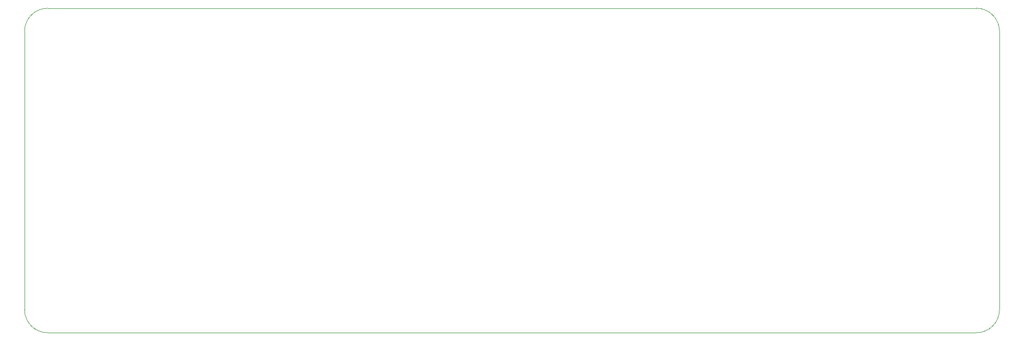
<source format=gbr>
%TF.GenerationSoftware,KiCad,Pcbnew,8.0.6*%
%TF.CreationDate,2025-03-28T16:21:50-05:00*%
%TF.ProjectId,Initial Schematic,496e6974-6961-46c2-9053-6368656d6174,rev?*%
%TF.SameCoordinates,Original*%
%TF.FileFunction,Profile,NP*%
%FSLAX46Y46*%
G04 Gerber Fmt 4.6, Leading zero omitted, Abs format (unit mm)*
G04 Created by KiCad (PCBNEW 8.0.6) date 2025-03-28 16:21:50*
%MOMM*%
%LPD*%
G01*
G04 APERTURE LIST*
%TA.AperFunction,Profile*%
%ADD10C,0.050000*%
%TD*%
G04 APERTURE END LIST*
D10*
X191175000Y-45275000D02*
G75*
G02*
X195175000Y-49275000I0J-4000000D01*
G01*
X31175000Y-45275000D02*
X191175000Y-45275000D01*
X27175000Y-49275000D02*
G75*
G02*
X31175000Y-45275000I4000000J0D01*
G01*
X27175000Y-97275000D02*
X27175000Y-49275000D01*
X31175000Y-101275000D02*
G75*
G02*
X27175000Y-97275000I0J4000000D01*
G01*
X191175000Y-101275000D02*
X31175000Y-101275000D01*
X195175000Y-49275000D02*
X195175000Y-97275000D01*
X195175000Y-97275000D02*
G75*
G02*
X191175000Y-101275000I-4000000J0D01*
G01*
M02*

</source>
